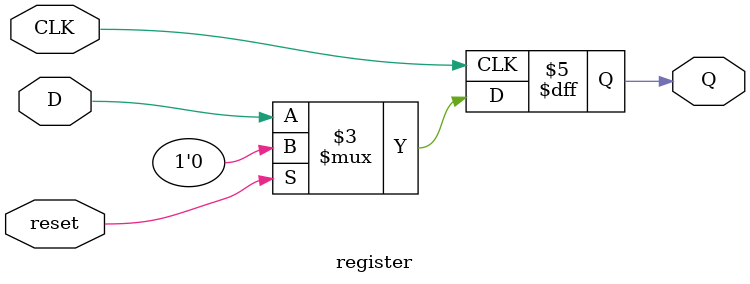
<source format=v>
`timescale 1 ns / 1 ns
module register(reset, CLK, D, Q);
input reset;
input CLK;
parameter width = 1; // Default size is 1 bit 
input [width-1:0] D;
output [width-1:0] Q;
reg [width-1:0] Q;
always @(posedge CLK)
begin
if (reset)
Q = 0;
else
Q = D;
end
endmodule 

</source>
